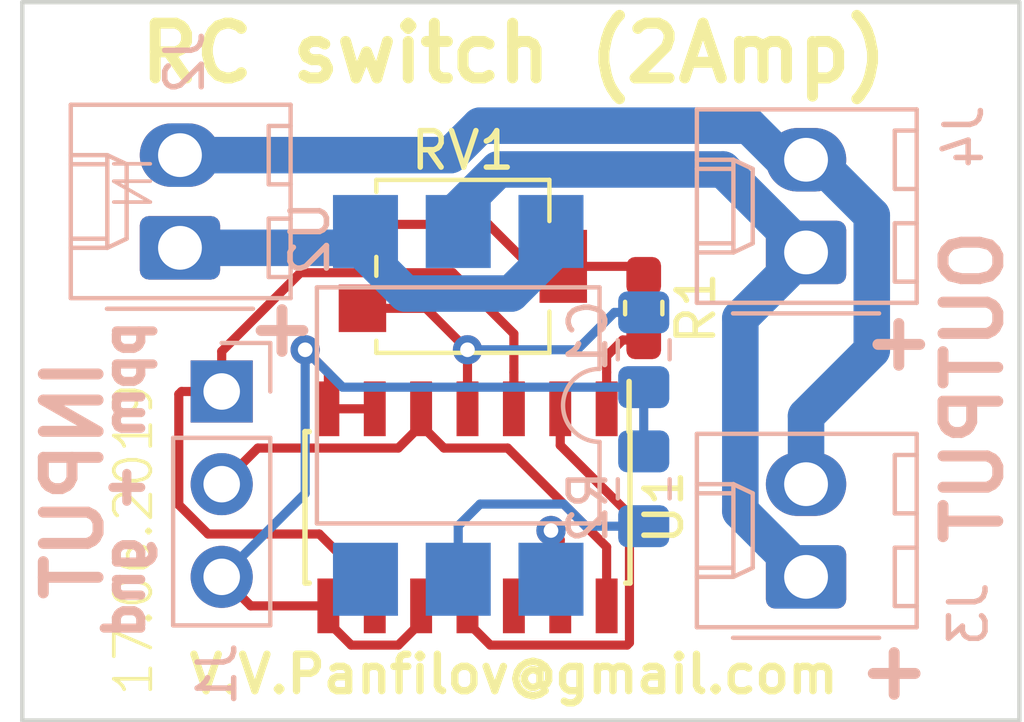
<source format=kicad_pcb>
(kicad_pcb (version 20211014) (generator pcbnew)
  (layers (0 "F.Cu" signal) (31 "B.Cu" signal) (34 "B.Paste" user) (35 "F.Paste" user) (36 "B.SilkS" user "B.Silkscreen") (37 "F.SilkS" user "F.Silkscreen") (38 "B.Mask" user) (39 "F.Mask" user) (44 "Edge.Cuts" user))
  (net 0 "")
  (net 1 "GND")
  (net 2 "Net-(C1-Pad1)")
  (net 3 "Net-(J1-Pad2)")
  (net 4 "Net-(J1-Pad1)")
  (net 5 "Net-(R1-Pad2)")
  (net 6 "Net-(R1-Pad1)")
  (net 7 "Net-(R2-Pad1)")
  (net 8 "Net-(U1-Pad13)")
  (net 9 "Net-(U1-Pad12)")
  (net 10 "Net-(U1-Pad11)")
  (net 11 "Net-(U2-Pad3)")
  (net 12 "/Power3")
  (net 13 "/Power1")
  (net 14 "/Power2")
  (footprint "Package_SO:SOIC-14_3.9x8.7mm_P1.27mm" (layer "F.Cu") (at 37.973 52.451 -90)
    (fp_text reference "U1" (at 0 -5.375 -90) (layer "F.SilkS"))
    (fp_text value "4013")
    (fp_line (start -2.075 -4.425) (end -3.45 -4.425) (layer "F.SilkS") (width 0.15))
    (fp_line (start 2.075 4.45) (end 2.075 4.335) (layer "F.SilkS") (width 0.15))
    (fp_line (start -2.075 -4.45) (end -2.075 -4.425) (layer "F.SilkS") (width 0.15))
    (fp_line (start -2.075 4.45) (end 2.075 4.45) (layer "F.SilkS") (width 0.15))
    (fp_line (start -2.075 4.45) (end -2.075 4.335) (layer "F.SilkS") (width 0.15))
    (fp_line (start 2.075 -4.45) (end 2.075 -4.335) (layer "F.SilkS") (width 0.15))
    (fp_line (start -2.075 -4.45) (end 2.075 -4.45) (layer "F.SilkS") (width 0.15))
    (pad "1" smd rect locked (at -2.7 -3.81 270) (size 1.5 0.6) (layers "F.Cu" "F.Paste" "F.Mask") (net 5 "Net-(R1-Pad2)"))
    (pad "2" smd rect locked (at -2.7 -2.54 270) (size 1.5 0.6) (layers "F.Cu" "F.Paste" "F.Mask") (net 10 "Net-(U1-Pad11)"))
    (pad "3" smd rect locked (at -2.7 -1.27 270) (size 1.5 0.6) (layers "F.Cu" "F.Paste" "F.Mask") (net 4 "Net-(J1-Pad1)"))
    (pad "4" smd rect locked (at -2.7 0 270) (size 1.5 0.6) (layers "F.Cu" "F.Paste" "F.Mask") (net 2 "Net-(C1-Pad1)"))
    (pad "5" smd rect locked (at -2.7 1.27 270) (size 1.5 0.6) (layers "F.Cu" "F.Paste" "F.Mask") (net 3 "Net-(J1-Pad2)"))
    (pad "6" smd rect locked (at -2.7 2.54 270) (size 1.5 0.6) (layers "F.Cu" "F.Paste" "F.Mask") (net 1 "GND"))
    (pad "7" smd rect locked (at -2.7 3.81 270) (size 1.5 0.6) (layers "F.Cu" "F.Paste" "F.Mask") (net 1 "GND"))
    (pad "8" smd rect locked (at 2.7 3.81 270) (size 1.5 0.6) (layers "F.Cu" "F.Paste" "F.Mask") (net 1 "GND"))
    (pad "9" smd rect locked (at 2.7 2.54 270) (size 1.5 0.6) (layers "F.Cu" "F.Paste" "F.Mask") (net 4 "Net-(J1-Pad1)"))
    (pad "10" smd rect locked (at 2.7 1.27 270) (size 1.5 0.6) (layers "F.Cu" "F.Paste" "F.Mask") (net 1 "GND"))
    (pad "11" smd rect locked (at 2.7 0 270) (size 1.5 0.6) (layers "F.Cu" "F.Paste" "F.Mask") (net 10 "Net-(U1-Pad11)"))
    (pad "12" smd rect locked (at 2.7 -1.27 270) (size 1.5 0.6) (layers "F.Cu" "F.Paste" "F.Mask") (net 9 "Net-(U1-Pad12)"))
    (pad "13" smd rect locked (at 2.7 -2.54 270) (size 1.5 0.6) (layers "F.Cu" "F.Paste" "F.Mask") (net 8 "Net-(U1-Pad13)"))
    (pad "14" smd rect locked (at 2.7 -3.81 270) (size 1.5 0.6) (layers "F.Cu" "F.Paste" "F.Mask") (net 3 "Net-(J1-Pad2)"))
  )
  (footprint "Resistor_SMD:R_0603_1608Metric_Pad1.05x0.95mm_HandSolder" (layer "F.Cu") (at 42.799 46.99 -90)
    (fp_text reference "R1" (at 0 -1.43 -90) (layer "F.SilkS"))
    (fp_text value "47k")
    (fp_line (start -0.171267 0.51) (end 0.171267 0.51) (layer "F.SilkS") (width 0.12))
    (fp_line (start -0.171267 -0.51) (end 0.171267 -0.51) (layer "F.SilkS") (width 0.12))
    (pad "1" smd roundrect locked (at -0.875 0 270) (size 1.05 0.95) (layers "F.Cu" "F.Paste" "F.Mask") (net 6 "Net-(R1-Pad1)"))
    (pad "2" smd roundrect locked (at 0.875 0 270) (size 1.05 0.95) (layers "F.Cu" "F.Paste" "F.Mask") (net 5 "Net-(R1-Pad2)"))
  )
  (footprint "Potentiometer_SMD:Potentiometer_Bourns_3314G_Vertical" (layer "F.Cu") (at 37.846 45.847 90)
    (fp_text reference "RV1" (at 3.175 0 180) (layer "F.SilkS"))
    (fp_text value "100k")
    (fp_line (start -2.37 -2.37) (end -2.039 -2.37) (layer "F.SilkS") (width 0.12))
    (fp_line (start -2.37 -2.37) (end -2.37 2.37) (layer "F.SilkS") (width 0.12))
    (fp_line (start -0.259 -2.37) (end 0.26 -2.37) (layer "F.SilkS") (width 0.12))
    (fp_line (start -2.37 2.37) (end -1.24 2.37) (layer "F.SilkS") (width 0.12))
    (fp_line (start 2.37 -2.37) (end 2.37 2.37) (layer "F.SilkS") (width 0.12))
    (fp_line (start 2.04 -2.37) (end 2.37 -2.37) (layer "F.SilkS") (width 0.12))
    (fp_line (start 1.24 2.37) (end 2.37 2.37) (layer "F.SilkS") (width 0.12))
    (pad "1" smd rect locked (at 1.15 -2.75 90) (size 1.3 1.3) (layers "F.Cu" "F.Paste" "F.Mask") (net 6 "Net-(R1-Pad1)"))
    (pad "2" smd rect locked (at 0 2.75 90) (size 2 1.3) (layers "F.Cu" "F.Paste" "F.Mask") (net 6 "Net-(R1-Pad1)"))
    (pad "3" smd rect locked (at -1.15 -2.75 90) (size 1.3 1.3) (layers "F.Cu" "F.Paste" "F.Mask") (net 2 "Net-(C1-Pad1)"))
  )
  (footprint "Capacitor_SMD:C_0805_2012Metric_Pad1.15x1.40mm_HandSolder" (layer "B.Cu") (at 42.799 48.133 -90)
    (fp_text reference "C1" (at -0.381 1.524 -90) (layer "B.SilkS") (effects (justify mirror)))
    (fp_text value "22nF")
    (fp_line (start -0.261252 -0.71) (end 0.261252 -0.71) (layer "B.SilkS") (width 0.12))
    (fp_line (start -0.261252 0.71) (end 0.261252 0.71) (layer "B.SilkS") (width 0.12))
    (pad "1" smd roundrect locked (at -1.025 0 270) (size 1.15 1.4) (layers "B.Cu" "B.Paste" "B.Mask") (roundrect_rratio 0.217391) (net 2 "Net-(C1-Pad1)"))
    (pad "2" smd roundrect locked (at 1.025 0 270) (size 1.15 1.4) (layers "B.Cu" "B.Paste" "B.Mask") (roundrect_rratio 0.217391) (net 1 "GND"))
  )
  (footprint "Resistor_SMD:R_0805_2012Metric_Pad1.15x1.40mm_HandSolder" (layer "B.Cu") (at 42.799 51.943 90)
    (fp_text reference "R2" (at -0.499 -1.524 90) (layer "B.SilkS") (effects (justify mirror)))
    (fp_text value "680")
    (fp_line (start -0.261252 0.71) (end 0.261252 0.71) (layer "B.SilkS") (width 0.12))
    (fp_line (start -0.261252 -0.71) (end 0.261252 -0.71) (layer "B.SilkS") (width 0.12))
    (pad "1" smd roundrect locked (at -1.025 0 90) (size 1.15 1.4) (layers "B.Cu" "B.Paste" "B.Mask") (roundrect_rratio 0.217391) (net 7 "Net-(R2-Pad1)"))
    (pad "2" smd roundrect locked (at 1.025 0 90) (size 1.15 1.4) (layers "B.Cu" "B.Paste" "B.Mask") (roundrect_rratio 0.217391) (net 1 "GND"))
  )
  (footprint "Package_DIP:SMDIP-6_W9.53mm" (layer "B.Cu") (at 37.719 49.657 90)
    (fp_text reference "U2" (at 4.572 -4.064 90) (layer "B.SilkS") (effects (justify mirror)))
    (fp_text value "PVG612")
    (fp_line (start 3.235 -3.87) (end 3.235 3.87) (layer "B.SilkS") (width 0.12))
    (fp_line (start -3.235 3.87) (end -3.235 -3.87) (layer "B.SilkS") (width 0.12))
    (fp_line (start -1 3.87) (end -3.235 3.87) (layer "B.SilkS") (width 0.12))
    (fp_line (start 3.235 3.87) (end 1 3.87) (layer "B.SilkS") (width 0.12))
    (fp_line (start -3.235 -3.87) (end 3.235 -3.87) (layer "B.SilkS") (width 0.12))
    (fp_arc (start -1 3.87) (mid 0 2.87) (end 1 3.87) (layer "B.SilkS") (width 0.12))
    (pad "1" smd rect locked (at -4.765 2.54 90) (size 2 1.78) (layers "B.Cu" "B.Paste" "B.Mask") (net 8 "Net-(U1-Pad13)"))
    (pad "2" smd rect locked (at -4.765 0 90) (size 2 1.78) (layers "B.Cu" "B.Paste" "B.Mask") (net 7 "Net-(R2-Pad1)"))
    (pad "3" smd rect locked (at -4.765 -2.54 90) (size 2 1.78) (layers "B.Cu" "B.Paste" "B.Mask") (net 11 "Net-(U2-Pad3)"))
    (pad "4" smd rect locked (at 4.765 -2.54 90) (size 2 1.78) (layers "B.Cu" "B.Paste" "B.Mask") (net 13 "/Power1"))
    (pad "5" smd rect locked (at 4.765 0 90) (size 2 1.78) (layers "B.Cu" "B.Paste" "B.Mask") (net 14 "/Power2"))
    (pad "6" smd rect locked (at 4.765 2.54 90) (size 2 1.78) (layers "B.Cu" "B.Paste" "B.Mask") (net 13 "/Power1"))
  )
  (footprint "Connector_PinHeader_2.54mm:PinHeader_1x03_P2.54mm_Vertical" (layer "B.Cu") (at 31.242 49.276 180)
    (fp_text reference "J1" (at 0.127 -7.747 270) (layer "B.SilkS") (effects (justify mirror)))
    (fp_text value "Conn_01x03")
    (fp_line (start -1.33 0) (end -1.33 1.33) (layer "B.SilkS") (width 0.12))
    (fp_line (start -1.33 1.33) (end 0 1.33) (layer "B.SilkS") (width 0.12))
    (fp_line (start -1.33 -1.27) (end 1.33 -1.27) (layer "B.SilkS") (width 0.12))
    (fp_line (start 1.33 -1.27) (end 1.33 -6.41) (layer "B.SilkS") (width 0.12))
    (fp_line (start -1.33 -1.27) (end -1.33 -6.41) (layer "B.SilkS") (width 0.12))
    (fp_line (start -1.33 -6.41) (end 1.33 -6.41) (layer "B.SilkS") (width 0.12))
    (pad "1" thru_hole rect locked (at 0 0 180) (size 1.7 1.7) (drill 1) (layers *.Cu *.Mask) (net 4 "Net-(J1-Pad1)"))
    (pad "2" thru_hole oval locked (at 0 -2.54 180) (size 1.7 1.7) (drill 1) (layers *.Cu *.Mask) (net 3 "Net-(J1-Pad2)"))
    (pad "3" thru_hole oval locked (at 0 -5.08 180) (size 1.7 1.7) (drill 1) (layers *.Cu *.Mask) (net 1 "GND"))
  )
  (footprint "Connector_Molex:Molex_KK-254_AE-6410-02A_1x02_P2.54mm_Vertical" (layer "B.Cu") (at 30.099 45.339 90)
    (fp_text reference "J2" (at 5.08 0.127 90) (layer "B.SilkS") (effects (justify mirror)))
    (fp_text value "Conn_01x02")
    (fp_line (start 0.8 2.43) (end 0.8 3.03) (layer "B.SilkS") (width 0.12))
    (fp_line (start 0.25 -1.46) (end 2.29 -1.46) (layer "B.SilkS") (width 0.12))
    (fp_line (start 1.74 3.03) (end 1.74 2.43) (layer "B.SilkS") (width 0.12))
    (fp_line (start 2.29 -1.46) (end 2.54 -1.99) (layer "B.SilkS") (width 0.12))
    (fp_line (start -1.38 -2.99) (end 3.92 -2.99) (layer "B.SilkS") (width 0.12))
    (fp_line (start 0 -1.99) (end 2.54 -1.99) (layer "B.SilkS") (width 0.12))
    (fp_line (start 0 -2.99) (end 0 -1.99) (layer "B.SilkS") (width 0.12))
    (fp_line (start -0.8 2.43) (end 0.8 2.43) (layer "B.SilkS") (width 0.12))
    (fp_line (start 0 -1.99) (end 0.25 -1.46) (layer "B.SilkS") (width 0.12))
    (fp_line (start -0.8 3.03) (end -0.8 2.43) (layer "B.SilkS") (width 0.12))
    (fp_line (start 3.92 -2.99) (end 3.92 3.03) (layer "B.SilkS") (width 0.12))
    (fp_line (start 3.92 3.03) (end -1.38 3.03) (layer "B.SilkS") (width 0.12))
    (fp_line (start -1.38 3.03) (end -1.38 -2.99) (layer "B.SilkS") (width 0.12))
    (fp_line (start 2.54 -1.99) (end 2.54 -2.99) (layer "B.SilkS") (width 0.12))
    (fp_line (start -1.67 2) (end -1.67 -2) (layer "B.SilkS") (width 0.12))
    (fp_line (start 3.34 2.43) (end 3.34 3.03) (layer "B.SilkS") (width 0.12))
    (fp_line (start 1.74 2.43) (end 3.34 2.43) (layer "B.SilkS") (width 0.12))
    (fp_line (start 0.25 -2.99) (end 0.25 -1.99) (layer "B.SilkS") (width 0.12))
    (fp_line (start 2.29 -2.99) (end 2.29 -1.99) (layer "B.SilkS") (width 0.12))
    (pad "1" thru_hole roundrect locked (at 0 0 90) (size 1.74 2.2) (drill 1.2) (layers *.Cu *.Mask) (roundrect_rratio 0.143678) (net 13 "/Power1"))
    (pad "2" thru_hole oval locked (at 2.54 0 90) (size 1.74 2.2) (drill 1.2) (layers *.Cu *.Mask) (net 12 "/Power3"))
  )
  (footprint "Connector_Molex:Molex_KK-254_AE-6410-02A_1x02_P2.54mm_Vertical" (layer "B.Cu") (at 47.244 54.356 90)
    (fp_text reference "J3" (at -1.016 4.445 90) (layer "B.SilkS") (effects (justify mirror)))
    (fp_text value "Conn_01x02")
    (fp_line (start 0.25 -1.46) (end 2.29 -1.46) (layer "B.SilkS") (width 0.12))
    (fp_line (start 3.92 3.03) (end -1.38 3.03) (layer "B.SilkS") (width 0.12))
    (fp_line (start 3.34 2.43) (end 3.34 3.03) (layer "B.SilkS") (width 0.12))
    (fp_line (start -0.8 2.43) (end 0.8 2.43) (layer "B.SilkS") (width 0.12))
    (fp_line (start 0 -2.99) (end 0 -1.99) (layer "B.SilkS") (width 0.12))
    (fp_line (start -1.67 2) (end -1.67 -2) (layer "B.SilkS") (width 0.12))
    (fp_line (start -0.8 3.03) (end -0.8 2.43) (layer "B.SilkS") (width 0.12))
    (fp_line (start 1.74 2.43) (end 3.34 2.43) (layer "B.SilkS") (width 0.12))
    (fp_line (start 3.92 -2.99) (end 3.92 3.03) (layer "B.SilkS") (width 0.12))
    (fp_line (start -1.38 3.03) (end -1.38 -2.99) (layer "B.SilkS") (width 0.12))
    (fp_line (start 2.29 -1.46) (end 2.54 -1.99) (layer "B.SilkS") (width 0.12))
    (fp_line (start 1.74 3.03) (end 1.74 2.43) (layer "B.SilkS") (width 0.12))
    (fp_line (start -1.38 -2.99) (end 3.92 -2.99) (layer "B.SilkS") (width 0.12))
    (fp_line (start 0 -1.99) (end 0.25 -1.46) (layer "B.SilkS") (width 0.12))
    (fp_line (start 2.54 -1.99) (end 2.54 -2.99) (layer "B.SilkS") (width 0.12))
    (fp_line (start 0.8 2.43) (end 0.8 3.03) (layer "B.SilkS") (width 0.12))
    (fp_line (start 0 -1.99) (end 2.54 -1.99) (layer "B.SilkS") (width 0.12))
    (fp_line (start 2.29 -2.99) (end 2.29 -1.99) (layer "B.SilkS") (width 0.12))
    (fp_line (start 0.25 -2.99) (end 0.25 -1.99) (layer "B.SilkS") (width 0.12))
    (pad "1" thru_hole roundrect locked (at 0 0 90) (size 1.74 2.2) (drill 1.2) (layers *.Cu *.Mask) (roundrect_rratio 0.143678) (net 14 "/Power2"))
    (pad "2" thru_hole oval locked (at 2.54 0 90) (size 1.74 2.2) (drill 1.2) (layers *.Cu *.Mask) (net 12 "/Power3"))
  )
  (footprint "Connector_Molex:Molex_KK-254_AE-6410-02A_1x02_P2.54mm_Vertical" (layer "B.Cu") (at 47.244 45.466 90)
    (fp_text reference "J4" (at 3.175 4.318 90) (layer "B.SilkS") (effects (justify mirror)))
    (fp_text value "Conn_01x02")
    (fp_line (start -1.38 -2.99) (end 3.92 -2.99) (layer "B.SilkS") (width 0.12))
    (fp_line (start -0.8 3.03) (end -0.8 2.43) (layer "B.SilkS") (width 0.12))
    (fp_line (start 0.25 -2.99) (end 0.25 -1.99) (layer "B.SilkS") (width 0.12))
    (fp_line (start -1.67 2) (end -1.67 -2) (layer "B.SilkS") (width 0.12))
    (fp_line (start 0 -2.99) (end 0 -1.99) (layer "B.SilkS") (width 0.12))
    (fp_line (start 0.8 2.43) (end 0.8 3.03) (layer "B.SilkS") (width 0.12))
    (fp_line (start 0.25 -1.46) (end 2.29 -1.46) (layer "B.SilkS") (width 0.12))
    (fp_line (start 1.74 2.43) (end 3.34 2.43) (layer "B.SilkS") (width 0.12))
    (fp_line (start 2.54 -1.99) (end 2.54 -2.99) (layer "B.SilkS") (width 0.12))
    (fp_line (start 3.92 3.03) (end -1.38 3.03) (layer "B.SilkS") (width 0.12))
    (fp_line (start 0 -1.99) (end 2.54 -1.99) (layer "B.SilkS") (width 0.12))
    (fp_line (start 2.29 -2.99) (end 2.29 -1.99) (layer "B.SilkS") (width 0.12))
    (fp_line (start 1.74 3.03) (end 1.74 2.43) (layer "B.SilkS") (width 0.12))
    (fp_line (start 0 -1.99) (end 0.25 -1.46) (layer "B.SilkS") (width 0.12))
    (fp_line (start -0.8 2.43) (end 0.8 2.43) (layer "B.SilkS") (width 0.12))
    (fp_line (start 2.29 -1.46) (end 2.54 -1.99) (layer "B.SilkS") (width 0.12))
    (fp_line (start -1.38 3.03) (end -1.38 -2.99) (layer "B.SilkS") (width 0.12))
    (fp_line (start 3.92 -2.99) (end 3.92 3.03) (layer "B.SilkS") (width 0.12))
    (fp_line (start 3.34 2.43) (end 3.34 3.03) (layer "B.SilkS") (width 0.12))
    (pad "1" thru_hole roundrect locked (at 0 0 90) (size 1.74 2.2) (drill 1.2) (layers *.Cu *.Mask) (roundrect_rratio 0.143678) (net 14 "/Power2"))
    (pad "2" thru_hole oval locked (at 2.54 0 90) (size 1.74 2.2) (drill 1.2) (layers *.Cu *.Mask) (net 12 "/Power3"))
  )
  (gr_line (start 25.781 58.293) (end 25.781 38.608) (layer "Edge.Cuts") (width 0.12))
  (gr_line (start 25.781 38.608) (end 53.086 38.608) (layer "Edge.Cuts") (width 0.12))
  (gr_line (start 53.086 38.608) (end 53.086 58.293) (layer "Edge.Cuts") (width 0.12))
  (gr_line (start 53.086 58.293) (end 25.781 58.293) (layer "Edge.Cuts") (width 0.12))
  (gr_text "+" (at 49.657 56.896) (layer "B.SilkS") (effects (font (size 1.5 1.5) (thickness 0.3)) (justify mirror)))
  (gr_text "IN" (at 28.829 43.561 90) (layer "B.SilkS") (effects (font (size 1 1) (thickness 0.1)) (justify mirror)))
  (gr_text "+" (at 32.893 47.498) (layer "B.SilkS") (effects (font (size 1.5 1.5) (thickness 0.3)) (justify mirror)))
  (gr_text "+" (at 49.784 47.879) (layer "B.SilkS") (effects (font (size 1.5 1.5) (thickness 0.3)) (justify mirror)))
  (gr_text "ppm + gnd" (at 28.575 51.689 90) (layer "B.SilkS") (effects (font (size 1 1) (thickness 0.25)) (justify mirror)))
  (gr_text "INPUT" (at 27.178 51.689 90) (layer "B.SilkS") (effects (font (size 1.5 1.5) (thickness 0.3)) (justify mirror)))
  (gr_text "OUTPUT" (at 51.816 49.149 90) (layer "B.SilkS") (effects (font (size 1.5 1.5) (thickness 0.3)) (justify mirror)))
  (gr_text "V.V.Panfilov@gmail.com" (at 39.243 57.023) (layer "F.SilkS") (effects (font (size 1 1) (thickness 0.2))))
  (gr_text "17.06.2019" (at 28.829 53.34 90) (layer "F.SilkS") (effects (font (size 1 1) (thickness 0.1))))
  (gr_text "RC switch (2Amp)" (at 39.243 40.005) (layer "F.SilkS") (effects (font (size 1.5 1.5) (thickness 0.3))))
  (segment (start 34.163 55.151) (end 34.163 55.601) (width 0.25) (layer "F.Cu") (net 1))
  (segment (start 34.163 48.768) (end 33.528 48.133) (width 0.25) (layer "F.Cu") (net 1))
  (segment (start 34.163 55.151) (end 32.037 55.151) (width 0.25) (layer "F.Cu") (net 1))
  (segment (start 36.077999 56.226001) (end 36.703 55.601) (width 0.25) (layer "F.Cu") (net 1))
  (segment (start 34.163 55.601) (end 34.788001 56.226001) (width 0.25) (layer "F.Cu") (net 1))
  (segment (start 35.433 49.751) (end 34.163 49.751) (width 0.25) (layer "F.Cu") (net 1))
  (segment (start 32.037 55.151) (end 31.242 54.356) (width 0.25) (layer "F.Cu") (net 1))
  (segment (start 34.163 49.751) (end 34.163 48.768) (width 0.25) (layer "F.Cu") (net 1))
  (segment (start 36.703 55.601) (end 36.703 55.151) (width 0.25) (layer "F.Cu") (net 1))
  (segment (start 34.788001 56.226001) (end 36.077999 56.226001) (width 0.25) (layer "F.Cu") (net 1))
  (via (at 33.528 48.133) (size 0.8) (drill 0.4) (layers "F.Cu" "B.Cu") (net 1))
  (segment (start 42.799 49.158) (end 42.799 50.918) (width 0.25) (layer "B.Cu") (net 1))
  (segment (start 34.553 49.158) (end 33.528 48.133) (width 0.25) (layer "B.Cu") (net 1))
  (segment (start 33.528 48.133) (end 33.528 52.07) (width 0.25) (layer "B.Cu") (net 1))
  (segment (start 33.528 52.07) (end 31.242 54.356) (width 0.25) (layer "B.Cu") (net 1))
  (segment (start 42.799 49.158) (end 34.553 49.158) (width 0.25) (layer "B.Cu") (net 1))
  (segment (start 35.096 46.997) (end 36.837 46.997) (width 0.25) (layer "F.Cu") (net 2))
  (segment (start 36.837 46.997) (end 37.973 48.133) (width 0.25) (layer "F.Cu") (net 2))
  (segment (start 37.973 48.133) (end 37.973 49.751) (width 0.25) (layer "F.Cu") (net 2))
  (via (at 37.973 48.133) (size 0.8) (drill 0.4) (layers "F.Cu" "B.Cu") (net 2))
  (segment (start 41.999 47.108) (end 40.974 48.133) (width 0.25) (layer "B.Cu") (net 2))
  (segment (start 40.974 48.133) (end 38.538685 48.133) (width 0.25) (layer "B.Cu") (net 2))
  (segment (start 38.538685 48.133) (end 37.973 48.133) (width 0.25) (layer "B.Cu") (net 2))
  (segment (start 42.799 47.108) (end 41.999 47.108) (width 0.25) (layer "B.Cu") (net 2))
  (segment (start 36.703 50.201) (end 36.703 49.751) (width 0.25) (layer "F.Cu") (net 3))
  (segment (start 41.783 55.151) (end 41.783 53.536998) (width 0.25) (layer "F.Cu") (net 3))
  (segment (start 31.242 51.816) (end 32.231999 50.826001) (width 0.25) (layer "F.Cu") (net 3))
  (segment (start 36.077999 50.826001) (end 36.703 50.201) (width 0.25) (layer "F.Cu") (net 3))
  (segment (start 32.231999 50.826001) (end 36.077999 50.826001) (width 0.25) (layer "F.Cu") (net 3))
  (segment (start 37.328001 50.826001) (end 36.703 50.201) (width 0.25) (layer "F.Cu") (net 3))
  (segment (start 41.783 54.701) (end 41.783 55.151) (width 0.25) (layer "F.Cu") (net 3))
  (segment (start 39.072003 50.826001) (end 37.328001 50.826001) (width 0.25) (layer "F.Cu") (net 3))
  (segment (start 41.783 53.536998) (end 39.072003 50.826001) (width 0.25) (layer "F.Cu") (net 3))
  (segment (start 37.570001 46.021999) (end 39.243 47.694998) (width 0.25) (layer "F.Cu") (net 4))
  (segment (start 30.142 49.276) (end 30.066999 49.351001) (width 0.25) (layer "F.Cu") (net 4))
  (segment (start 31.242 49.276) (end 30.142 49.276) (width 0.25) (layer "F.Cu") (net 4))
  (segment (start 35.433 54.701) (end 35.433 55.151) (width 0.25) (layer "F.Cu") (net 4))
  (segment (start 39.243 47.694998) (end 39.243 48.751) (width 0.25) (layer "F.Cu") (net 4))
  (segment (start 31.242 49.276) (end 31.242 48.176) (width 0.25) (layer "F.Cu") (net 4))
  (segment (start 30.066999 52.380001) (end 30.867997 53.180999) (width 0.25) (layer "F.Cu") (net 4))
  (segment (start 39.243 48.751) (end 39.243 49.751) (width 0.25) (layer "F.Cu") (net 4))
  (segment (start 30.867997 53.180999) (end 33.912999 53.180999) (width 0.25) (layer "F.Cu") (net 4))
  (segment (start 33.396001 46.021999) (end 37.570001 46.021999) (width 0.25) (layer "F.Cu") (net 4))
  (segment (start 31.242 48.176) (end 33.396001 46.021999) (width 0.25) (layer "F.Cu") (net 4))
  (segment (start 33.912999 53.180999) (end 35.433 54.701) (width 0.25) (layer "F.Cu") (net 4))
  (segment (start 30.066999 49.351001) (end 30.066999 52.380001) (width 0.25) (layer "F.Cu") (net 4))
  (segment (start 42.224 47.865) (end 41.783 48.306) (width 0.25) (layer "F.Cu") (net 5))
  (segment (start 41.783 48.751) (end 41.783 49.751) (width 0.25) (layer "F.Cu") (net 5))
  (segment (start 42.799 47.865) (end 42.224 47.865) (width 0.25) (layer "F.Cu") (net 5))
  (segment (start 41.783 48.306) (end 41.783 48.751) (width 0.25) (layer "F.Cu") (net 5))
  (segment (start 39.696 45.847) (end 38.546 44.697) (width 0.25) (layer "F.Cu") (net 6))
  (segment (start 40.596 45.847) (end 39.696 45.847) (width 0.25) (layer "F.Cu") (net 6))
  (segment (start 42.531 45.847) (end 42.799 46.115) (width 0.25) (layer "F.Cu") (net 6))
  (segment (start 35.996 44.697) (end 35.096 44.697) (width 0.25) (layer "F.Cu") (net 6))
  (segment (start 40.596 45.847) (end 42.531 45.847) (width 0.25) (layer "F.Cu") (net 6))
  (segment (start 38.546 44.697) (end 35.996 44.697) (width 0.25) (layer "F.Cu") (net 6))
  (segment (start 38.317001 52.360999) (end 37.719 52.959) (width 0.25) (layer "B.Cu") (net 7))
  (segment (start 41.214002 52.968) (end 40.607001 52.360999) (width 0.25) (layer "B.Cu") (net 7))
  (segment (start 37.719 52.959) (end 37.719 54.422) (width 0.25) (layer "B.Cu") (net 7))
  (segment (start 40.607001 52.360999) (end 38.317001 52.360999) (width 0.25) (layer "B.Cu") (net 7))
  (segment (start 42.799 52.968) (end 41.214002 52.968) (width 0.25) (layer "B.Cu") (net 7))
  (segment (start 37.719 54.312) (end 37.719 54.422) (width 0.25) (layer "B.Cu") (net 7))
  (segment (start 40.513 53.34) (end 40.259 53.086) (width 0.25) (layer "F.Cu") (net 8))
  (segment (start 40.513 55.151) (end 40.513 54.883439) (width 0.25) (layer "F.Cu") (net 8))
  (segment (start 40.513 55.151) (end 40.513 53.34) (width 0.25) (layer "F.Cu") (net 8))
  (via (at 40.259 53.086) (size 0.8) (drill 0.4) (layers "F.Cu" "B.Cu") (net 8))
  (segment (start 40.259 53.086) (end 40.259 54.422) (width 0.25) (layer "B.Cu") (net 8))
  (segment (start 42.408001 56.161001) (end 42.343001 56.226001) (width 0.25) (layer "F.Cu") (net 10))
  (segment (start 40.513 49.751) (end 40.513 50.751) (width 0.25) (layer "F.Cu") (net 10))
  (segment (start 42.408001 52.646001) (end 42.408001 56.161001) (width 0.25) (layer "F.Cu") (net 10))
  (segment (start 38.598001 56.226001) (end 37.973 55.601) (width 0.25) (layer "F.Cu") (net 10))
  (segment (start 40.513 50.751) (end 42.408001 52.646001) (width 0.25) (layer "F.Cu") (net 10))
  (segment (start 37.973 55.601) (end 37.973 55.151) (width 0.25) (layer "F.Cu") (net 10))
  (segment (start 42.343001 56.226001) (end 38.598001 56.226001) (width 0.25) (layer "F.Cu") (net 10))
  (segment (start 45.674989 41.991989) (end 46.609 42.926) (width 1) (layer "B.Cu") (net 12))
  (segment (start 38.311939 41.991989) (end 45.674989 41.991989) (width 1) (layer "B.Cu") (net 12))
  (segment (start 30.099 42.799) (end 37.504928 42.799) (width 1) (layer "B.Cu") (net 12))
  (segment (start 46.609 42.926) (end 47.244 42.926) (width 1) (layer "B.Cu") (net 12))
  (segment (start 49.04401 44.45249) (end 49.04401 48.14599) (width 1) (layer "B.Cu") (net 12))
  (segment (start 49.04401 48.14599) (end 47.244 49.946) (width 1) (layer "B.Cu") (net 12))
  (segment (start 37.504928 42.799) (end 38.311939 41.991989) (width 1) (layer "B.Cu") (net 12))
  (segment (start 47.244 49.946) (end 47.244 51.816) (width 1) (layer "B.Cu") (net 12))
  (segment (start 47.244 42.926) (end 47.51752 42.926) (width 1) (layer "B.Cu") (net 12))
  (segment (start 47.51752 42.926) (end 49.04401 44.45249) (width 1) (layer "B.Cu") (net 12))
  (segment (start 34.732 45.339) (end 35.179 44.892) (width 1) (layer "B.Cu") (net 13))
  (segment (start 35.179 45.502002) (end 36.268999 46.592001) (width 1) (layer "B.Cu") (net 13))
  (segment (start 40.259 45.502002) (end 40.259 44.892) (width 1) (layer "B.Cu") (net 13))
  (segment (start 35.179 44.892) (end 35.179 45.502002) (width 1) (layer "B.Cu") (net 13))
  (segment (start 30.099 45.339) (end 34.732 45.339) (width 1) (layer "B.Cu") (net 13))
  (segment (start 39.169001 46.592001) (end 40.259 45.502002) (width 1) (layer "B.Cu") (net 13))
  (segment (start 36.268999 46.592001) (end 39.169001 46.592001) (width 1) (layer "B.Cu") (net 13))
  (segment (start 44.969999 43.191999) (end 46.304227 44.526227) (width 1) (layer "B.Cu") (net 14))
  (segment (start 46.304227 44.526227) (end 47.244 45.466) (width 1) (layer "B.Cu") (net 14))
  (segment (start 46.304227 53.416227) (end 47.244 54.356) (width 1) (layer "B.Cu") (net 14))
  (segment (start 45.44399 52.55599) (end 46.304227 53.416227) (width 1) (layer "B.Cu") (net 14))
  (segment (start 47.244 45.466) (end 45.44399 47.26601) (width 1) (layer "B.Cu") (net 14))
  (segment (start 37.719 44.281998) (end 38.808999 43.191999) (width 1) (layer "B.Cu") (net 14))
  (segment (start 37.719 44.892) (end 37.719 44.281998) (width 1) (layer "B.Cu") (net 14))
  (segment (start 45.44399 47.26601) (end 45.44399 52.55599) (width 1) (layer "B.Cu") (net 14))
  (segment (start 38.808999 43.191999) (end 44.969999 43.191999) (width 1) (layer "B.Cu") (net 14))
)
</source>
